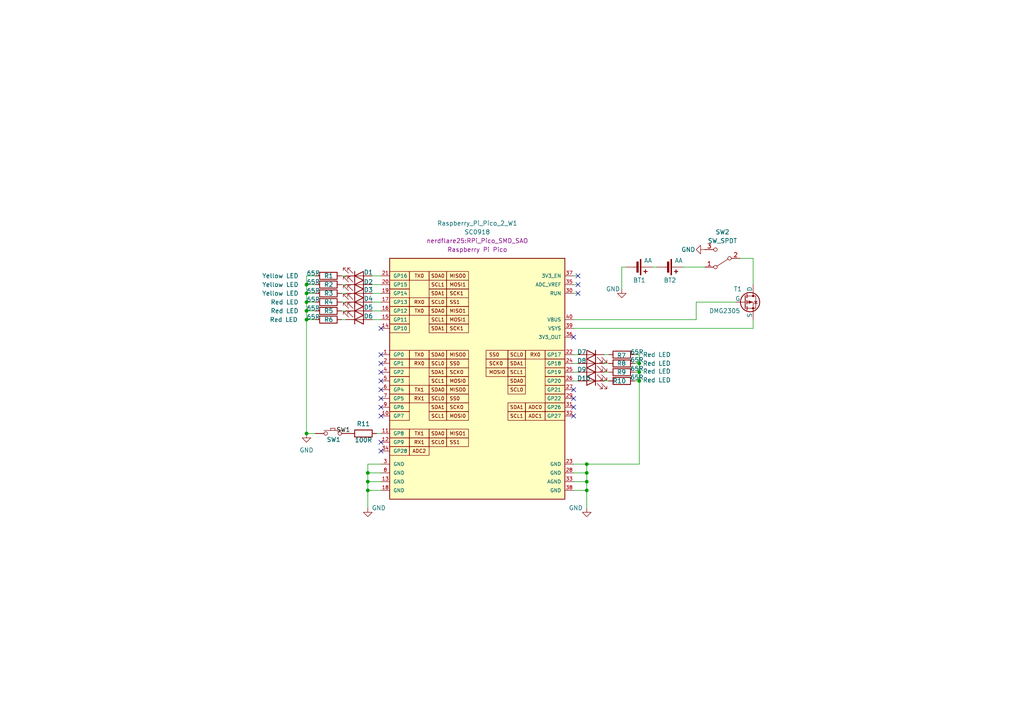
<source format=kicad_sch>
(kicad_sch (version 20231120) (generator "eeschema") (generator_version "8.0")
  (paper "A4")
  (lib_symbols
    (symbol ".badge24:Battery_Cell" (pin_numbers hide) (pin_names (offset 0) hide)
      (property "Reference" "BT" (at 2.54 2.54 0))
      (property "Value" "Battery_Cell" (at 2.54 0 0))
      (symbol "Battery_Cell_0_1"
        (rectangle (start -2.286 1.778) (end 2.286 1.524) (fill (type outline)))
        (rectangle (start -1.524 1.016) (end 1.524 0.508) (fill (type outline)))
        (polyline (pts (xy 0 0.762) (xy 0 0)))
        (polyline (pts (xy 0 1.778) (xy 0 2.54)))
        (polyline (pts (xy 0.762 3.048) (xy 1.778 3.048)) (stroke (width 0.254)))
        (polyline (pts (xy 1.27 3.556) (xy 1.27 2.54)) (stroke (width 0.254)))
      )
      (symbol "Battery_Cell_1_1"
        (pin passive line (at 0 5.08 270) (length 2.54) (name "+") (number "1"))
        (pin passive line (at 0 -2.54 90) (length 2.54) (name "-") (number "2"))
      )
    )
    (symbol ".badge24:DMG2305" (pin_numbers hide) (pin_names (offset 0))
      (property "Reference" "Q" (at 5.08 1.905 0))
      (property "Value" "DMG2305" (at 5.08 0 0))
      (symbol "DMG2305_0_1"
        (polyline (pts (xy 0.254 0) (xy -1.27 0)))
        (polyline (pts (xy 0.254 1.905) (xy 0.254 -1.905)) (stroke (width 0.254)))
        (polyline (pts (xy 0.762 -1.27) (xy 0.762 -2.286)) (stroke (width 0.254)))
        (polyline (pts (xy 0.762 0.508) (xy 0.762 -0.508)) (stroke (width 0.254)))
        (polyline (pts (xy 0.762 2.286) (xy 0.762 1.27)) (stroke (width 0.254)))
        (polyline (pts (xy 2.54 2.54) (xy 2.54 1.778)))
        (polyline (pts (xy 2.54 -2.54) (xy 2.54 0) (xy 0.762 0)))
        (polyline (pts (xy 0.762 1.778) (xy 3.302 1.778) (xy 3.302 -1.778) (xy 0.762 -1.778)))
        (polyline (pts (xy 2.286 0) (xy 1.27 0.381) (xy 1.27 -0.381) (xy 2.286 0)) (fill (type outline)))
        (polyline (pts (xy 2.794 -0.508) (xy 2.921 -0.381) (xy 3.683 -0.381) (xy 3.81 -0.254)))
        (polyline (pts (xy 3.302 -0.381) (xy 2.921 0.254) (xy 3.683 0.254) (xy 3.302 -0.381)))
        (circle (center 1.651 0) (radius 2.794) (stroke (width 0.254)))
        (circle (center 2.54 -1.778) (radius 0.254) (fill (type outline)))
        (circle (center 2.54 1.778) (radius 0.254) (fill (type outline)))
      )
      (symbol "DMG2305_1_1"
        (pin input line (at -2.54 0 0) (length 1.27) (name "G") (number "1"))
        (pin passive line (at 2.54 -5.08 90) (length 2.54) (name "S") (number "2"))
        (pin passive line (at 2.54 5.08 270) (length 2.54) (name "D") (number "3"))
      )
    )
    (symbol ".badge24:GND" (power) (pin_numbers hide) (pin_names (offset 0) hide)
      (property "Value" "GND" (at 0 -3.81 0))
      (symbol "GND_0_1"
        (polyline (pts (xy 0 0) (xy 0 -1.27) (xy 1.27 -1.27) (xy 0 -2.54) (xy -1.27 -1.27) (xy 0 -1.27)))
      )
      (symbol "GND_1_1"
        (pin power_in line (at 0 0 270) (length 0) (name "~") (number "1"))
      )
    )
    (symbol ".badge24:SW_Push" (pin_numbers hide) (pin_names (offset 1.016) hide)
      (property "Reference" "SW" (at 1.27 2.54 0))
      (property "Value" "SW_Push" (at 0 -1.524 0))
      (symbol "SW_Push_0_1"
        (circle (center -2.032 0) (radius 0.508))
        (polyline (pts (xy -0.635 0.889) (xy -0.635 1.524)))
        (polyline (pts (xy -0.635 1.524) (xy 0.635 1.524)))
        (polyline (pts (xy 0.635 0.889) (xy 0.635 1.524)))
        (polyline (pts (xy 2.54 0.889) (xy -2.54 0.889)))
        (circle (center 2.032 0) (radius 0.508))
        (pin passive line (at -5.08 0 0) (length 2.54) (name "1") (number "1"))
        (pin passive line (at 5.08 0 180) (length 2.54) (name "2") (number "2"))
      )
    )
    (symbol "Device:LED" (pin_numbers hide) (pin_names (offset 1.016) hide)
      (property "Reference" "D" (at 0 2.54 0))
      (property "Value" "LED" (at 0 -2.54 0))
      (symbol "LED_0_1"
        (polyline (pts (xy -1.27 -1.27) (xy -1.27 1.27)) (stroke (width 0.254)))
        (polyline (pts (xy -1.27 0) (xy 1.27 0)))
        (polyline (pts (xy 1.27 -1.27) (xy 1.27 1.27) (xy -1.27 0) (xy 1.27 -1.27)) (stroke (width 0.254)))
        (polyline (pts (xy -3.048 -0.762) (xy -4.572 -2.286) (xy -3.81 -2.286) (xy -4.572 -2.286) (xy -4.572 -1.524)))
        (polyline (pts (xy -1.778 -0.762) (xy -3.302 -2.286) (xy -2.54 -2.286) (xy -3.302 -2.286) (xy -3.302 -1.524)))
      )
      (symbol "LED_1_1"
        (pin passive line (at -3.81 0 0) (length 2.54) (name "K") (number "1"))
        (pin passive line (at 3.81 0 180) (length 2.54) (name "A") (number "2"))
      )
    )
    (symbol "Device:R" (pin_numbers hide) (pin_names (offset 0))
      (property "Reference" "R" (at 2.032 0 90))
      (property "Value" "R" (at 0 0 90))
      (symbol "R_0_1"
        (rectangle (start -1.016 -2.54) (end 1.016 2.54) (stroke (width 0.254)))
      )
      (symbol "R_1_1"
        (pin passive line (at 0 3.81 270) (length 1.27) (name "~") (number "1"))
        (pin passive line (at 0 -3.81 90) (length 1.27) (name "~") (number "2"))
      )
    )
    (symbol "NerdFlare25:SC0918" (pin_names (offset 1.016))
      (property "Reference" "A1" (at -24.13 55.88 0))
      (property "Value" "SC0918" (at 20.955 55.88 0))
      (property "Footprint" "Raspberry Pi:MODULE_SC0918" (at -1.27 59.69 0))
      (property "manufacturer" "Raspberry Pi Pico" (at -1.27 57.15 0))
      (symbol "SC0918_0_0"
        (text_box "ADC0" (at 13.97 12.7 0) (size 5.715 -2.54) (effects (font (size 1.016 1.016)) (justify left)))
        (text_box "ADC1" (at 13.97 10.16 0) (size 5.715 -2.54) (effects (font (size 1.016 1.016)) (justify left)))
        (text_box "ADC2" (at -13.97 0 0) (size -5.715 -2.54) (effects (font (size 1.016 1.016)) (justify left)))
        (text_box "MISO0" (at -8.89 17.78 0) (size 6.35 -2.54) (effects (font (size 1.016 1.016)) (justify left)))
        (text_box "MISO0" (at -8.89 27.94 0) (size 6.35 -2.54) (effects (font (size 1.016 1.016)) (justify left)))
        (text_box "MISO0" (at -2.54 50.8 0) (size -6.35 -2.54) (effects (font (size 1.016 1.016)) (justify left)))
        (text_box "MISO1" (at -8.89 5.08 0) (size 6.35 -2.54) (effects (font (size 1.016 1.016)) (justify left)))
        (text_box "MISO1" (at -8.89 38.1 0) (size 6.35 2.54) (effects (font (size 1.016 1.016)) (justify left)))
        (text_box "MOSI0" (at -8.89 10.16 0) (size 6.35 -2.54) (effects (font (size 1.016 1.016)) (justify left)))
        (text_box "MOSI0" (at -8.89 20.32 0) (size 6.35 -2.54) (effects (font (size 1.016 1.016)) (justify left)))
        (text_box "MOSI0" (at 2.54 22.86 0) (size 6.35 -2.54) (effects (font (size 1.016 1.016)) (justify left)))
        (text_box "MOSI1" (at -8.89 35.56 0) (size 6.35 2.54) (effects (font (size 1.016 1.016)) (justify left)))
        (text_box "MOSI1" (at -8.89 45.72 0) (size 6.35 2.54) (effects (font (size 1.016 1.016)) (justify left)))
        (text_box "RX0" (at -19.685 25.4 0) (size 5.715 -2.54) (effects (font (size 1.016 1.016))))
        (text_box "RX0" (at -19.685 40.64 0) (size 5.715 2.54) (effects (font (size 1.016 1.016))))
        (text_box "RX0" (at 13.97 27.94 0) (size 5.715 -2.54) (effects (font (size 1.016 1.016))))
        (text_box "RX1" (at -19.685 2.54 0) (size 5.715 -2.54) (effects (font (size 1.016 1.016))))
        (text_box "RX1" (at -19.685 15.24 0) (size 5.715 -2.54) (effects (font (size 1.016 1.016))))
        (text_box "SCK0" (at -8.89 12.7 0) (size 6.35 -2.54) (effects (font (size 1.016 1.016)) (justify left)))
        (text_box "SCK0" (at -8.89 22.86 0) (size 6.35 -2.54) (effects (font (size 1.016 1.016)) (justify left)))
        (text_box "SCK0" (at 2.54 25.4 0) (size 6.35 -2.54) (effects (font (size 1.016 1.016)) (justify left)))
        (text_box "SCK1" (at -8.89 33.02 0) (size 6.35 2.54) (effects (font (size 1.016 1.016)) (justify left)))
        (text_box "SCK1" (at -8.89 43.18 0) (size 6.35 2.54) (effects (font (size 1.016 1.016)) (justify left)))
        (text_box "SCL0" (at -13.97 2.54 0) (size 5.08 -2.54) (effects (font (size 1.016 1.016))))
        (text_box "SCL0" (at -13.97 15.24 0) (size 5.08 -2.54) (effects (font (size 1.016 1.016))))
        (text_box "SCL0" (at -13.97 25.4 0) (size 5.08 -2.54) (effects (font (size 1.016 1.016))))
        (text_box "SCL0" (at -13.97 40.64 0) (size 5.08 2.54) (effects (font (size 1.016 1.016))))
        (text_box "SCL0" (at 8.89 17.78 0) (size 5.08 -2.54) (effects (font (size 1.016 1.016))))
        (text_box "SCL0" (at 8.89 27.94 0) (size 5.08 -2.54) (effects (font (size 1.016 1.016))))
        (text_box "SCL1" (at -13.97 10.16 0) (size 5.08 -2.54) (effects (font (size 1.016 1.016))))
        (text_box "SCL1" (at -13.97 20.32 0) (size 5.08 -2.54) (effects (font (size 1.016 1.016))))
        (text_box "SCL1" (at -13.97 35.56 0) (size 5.08 2.54) (effects (font (size 1.016 1.016))))
        (text_box "SCL1" (at -13.97 45.72 0) (size 5.08 2.54) (effects (font (size 1.016 1.016))))
        (text_box "SCL1" (at 8.89 10.16 0) (size 5.08 -2.54) (effects (font (size 1.016 1.016))))
        (text_box "SCL1" (at 8.89 22.86 0) (size 5.08 -2.54) (effects (font (size 1.016 1.016))))
        (text_box "SDA0" (at -13.97 5.08 0) (size 5.08 -2.54) (effects (font (size 1.016 1.016))))
        (text_box "SDA0" (at -13.97 17.78 0) (size 5.08 -2.54) (effects (font (size 1.016 1.016))))
        (text_box "SDA0" (at -13.97 27.94 0) (size 5.08 -2.54) (effects (font (size 1.016 1.016))))
        (text_box "SDA0" (at -13.97 38.1 0) (size 5.08 2.54) (effects (font (size 1.016 1.016))))
        (text_box "SDA0" (at -8.89 50.8 0) (size -5.08 -2.54) (effects (font (size 1.016 1.016))))
        (text_box "SDA0" (at 8.89 20.32 0) (size 5.08 -2.54) (effects (font (size 1.016 1.016))))
        (text_box "SDA1" (at -13.97 12.7 0) (size 5.08 -2.54) (effects (font (size 1.016 1.016))))
        (text_box "SDA1" (at -13.97 22.86 0) (size 5.08 -2.54) (effects (font (size 1.016 1.016))))
        (text_box "SDA1" (at -13.97 33.02 0) (size 5.08 2.54) (effects (font (size 1.016 1.016))))
        (text_box "SDA1" (at -13.97 43.18 0) (size 5.08 2.54) (effects (font (size 1.016 1.016))))
        (text_box "SDA1" (at 8.89 12.7 0) (size 5.08 -2.54) (effects (font (size 1.016 1.016))))
        (text_box "SDA1" (at 8.89 25.4 0) (size 5.08 -2.54) (effects (font (size 1.016 1.016))))
        (text_box "SS0" (at -8.89 15.24 0) (size 6.35 -2.54) (effects (font (size 1.016 1.016)) (justify left)))
        (text_box "SS0" (at -8.89 25.4 0) (size 6.35 -2.54) (effects (font (size 1.016 1.016)) (justify left)))
        (text_box "SS0" (at 2.54 27.94 0) (size 6.35 -2.54) (effects (font (size 1.016 1.016)) (justify left)))
        (text_box "SS1" (at -8.89 2.54 0) (size 6.35 -2.54) (effects (font (size 1.016 1.016)) (justify left)))
        (text_box "SS1" (at -8.89 40.64 0) (size 6.35 2.54) (effects (font (size 1.016 1.016)) (justify left)))
        (text_box "TX0" (at -19.685 27.94 0) (size 5.715 -2.54) (effects (font (size 1.016 1.016))))
        (text_box "TX0" (at -19.685 38.1 0) (size 5.715 2.54) (effects (font (size 1.016 1.016))))
        (text_box "TX0" (at -13.97 50.8 0) (size -5.715 -2.54) (effects (font (size 1.016 1.016))))
        (text_box "TX1" (at -19.685 5.08 0) (size 5.715 -2.54) (effects (font (size 1.016 1.016))))
        (text_box "TX1" (at -19.685 17.78 0) (size 5.715 -2.54) (effects (font (size 1.016 1.016))))
        (pin bidirectional line (at -27.94 26.67 0) (length 2.54) (name "GP0") (number "1"))
        (pin bidirectional line (at -27.94 8.89 0) (length 2.54) (name "GP7") (number "10"))
        (pin bidirectional line (at -27.94 3.81 0) (length 2.54) (name "GP8") (number "11"))
        (pin bidirectional line (at -27.94 1.27 0) (length 2.54) (name "GP9") (number "12"))
        (pin power_in line (at -27.94 -10.16 0) (length 2.54) (name "GND") (number "13"))
        (pin bidirectional line (at -27.94 34.29 0) (length 2.54) (name "GP10") (number "14"))
        (pin bidirectional line (at -27.94 36.83 0) (length 2.54) (name "GP11") (number "15"))
        (pin bidirectional line (at -27.94 39.37 0) (length 2.54) (name "GP12") (number "16"))
        (pin bidirectional line (at -27.94 41.91 0) (length 2.54) (name "GP13") (number "17"))
        (pin power_in line (at -27.94 -12.7 0) (length 2.54) (name "GND") (number "18"))
        (pin bidirectional line (at -27.94 44.45 0) (length 2.54) (name "GP14") (number "19"))
        (pin bidirectional line (at -27.94 24.13 0) (length 2.54) (name "GP1") (number "2"))
        (pin bidirectional line (at -27.94 46.99 0) (length 2.54) (name "GP15") (number "20"))
        (pin bidirectional line (at -27.94 49.53 0) (length 2.54) (name "GP16") (number "21"))
        (pin bidirectional line (at 27.94 26.67 180) (length 2.54) (name "GP17") (number "22"))
        (pin power_in line (at 27.94 -5.08 180) (length 2.54) (name "GND") (number "23"))
        (pin bidirectional line (at 27.94 24.13 180) (length 2.54) (name "GP18") (number "24"))
        (pin bidirectional line (at 27.94 21.59 180) (length 2.54) (name "GP19") (number "25"))
        (pin bidirectional line (at 27.94 19.05 180) (length 2.54) (name "GP20") (number "26"))
        (pin bidirectional line (at 27.94 16.51 180) (length 2.54) (name "GP21") (number "27"))
        (pin power_in line (at 27.94 -7.62 180) (length 2.54) (name "GND") (number "28"))
        (pin bidirectional line (at 27.94 13.97 180) (length 2.54) (name "GP22") (number "29"))
        (pin power_in line (at -27.94 -5.08 0) (length 2.54) (name "GND") (number "3"))
        (pin input line (at 27.94 44.45 180) (length 2.54) (name "RUN") (number "30"))
        (pin bidirectional line (at 27.94 11.43 180) (length 2.54) (name "GP26") (number "31"))
        (pin bidirectional line (at 27.94 8.89 180) (length 2.54) (name "GP27") (number "32"))
        (pin power_in line (at 27.94 -10.16 180) (length 2.54) (name "AGND") (number "33"))
        (pin bidirectional line (at -27.94 -1.27 0) (length 2.54) (name "GP28") (number "34"))
        (pin power_in line (at 27.94 46.99 180) (length 2.54) (name "ADC_VREF") (number "35"))
        (pin power_in line (at 27.94 31.75 180) (length 2.54) (name "3V3_OUT") (number "36"))
        (pin input line (at 27.94 49.53 180) (length 2.54) (name "3V3_EN") (number "37"))
        (pin power_in line (at 27.94 -12.7 180) (length 2.54) (name "GND") (number "38"))
        (pin free line (at 27.94 34.29 180) (length 2.54) (name "VSYS") (number "39"))
        (pin bidirectional line (at -27.94 21.59 0) (length 2.54) (name "GP2") (number "4"))
        (pin free line (at 27.94 36.83 180) (length 2.54) (name "VBUS") (number "40"))
        (pin bidirectional line (at -27.94 19.05 0) (length 2.54) (name "GP3") (number "5"))
        (pin bidirectional line (at -27.94 16.51 0) (length 2.54) (name "GP4") (number "6"))
        (pin bidirectional line (at -27.94 13.97 0) (length 2.54) (name "GP5") (number "7"))
        (pin power_in line (at -27.94 -7.62 0) (length 2.54) (name "GND") (number "8"))
        (pin bidirectional line (at -27.94 11.43 0) (length 2.54) (name "GP6") (number "9"))
      )
      (symbol "SC0918_0_1"
        (rectangle (start -25.4 2.54) (end -19.685 0))
        (rectangle (start -25.4 5.08) (end -19.685 2.54))
        (rectangle (start -25.4 10.16) (end -19.685 7.62))
        (rectangle (start -25.4 12.7) (end -19.685 10.16))
        (rectangle (start -25.4 15.24) (end -19.685 12.7))
        (rectangle (start -25.4 17.78) (end -19.685 15.24))
        (rectangle (start -25.4 20.32) (end -19.685 17.78))
        (rectangle (start -25.4 22.86) (end -19.685 20.32))
        (rectangle (start -25.4 25.4) (end -19.685 22.86))
        (rectangle (start -25.4 27.94) (end -19.685 25.4))
        (rectangle (start -25.4 33.02) (end -19.685 35.56))
        (rectangle (start -25.4 35.56) (end -19.685 38.1))
        (rectangle (start -25.4 38.1) (end -19.685 40.64))
        (rectangle (start -25.4 40.64) (end -19.685 43.18))
        (rectangle (start -25.4 43.18) (end -19.685 45.72))
        (rectangle (start -25.4 45.72) (end -19.685 48.26))
        (rectangle (start -19.685 0) (end -25.4 -2.54))
        (rectangle (start -19.685 50.8) (end -25.4 48.26))
        (rectangle (start 19.685 10.16) (end 25.4 7.62))
        (rectangle (start 19.685 12.7) (end 25.4 10.16))
        (rectangle (start 19.685 15.24) (end 25.4 12.7))
        (rectangle (start 19.685 17.78) (end 25.4 15.24))
        (rectangle (start 19.685 20.32) (end 25.4 17.78))
        (rectangle (start 19.685 22.86) (end 25.4 20.32))
        (rectangle (start 19.685 25.4) (end 25.4 22.86))
        (rectangle (start 19.685 27.94) (end 25.4 25.4))
      )
      (symbol "SC0918_1_0"
        (rectangle (start -25.4 54.61) (end 25.4 -15.24) (stroke (width 0.254)) (fill (type background)))
      )
    )
    (symbol "Switch:SW_SPDT" (pin_names (offset 0) hide)
      (property "Reference" "SW" (at 0 4.318 0))
      (property "Value" "SW_SPDT" (at 0 -5.08 0))
      (symbol "SW_SPDT_0_0"
        (circle (center -2.032 0) (radius 0.508))
        (circle (center 2.032 -2.54) (radius 0.508))
      )
      (symbol "SW_SPDT_0_1"
        (polyline (pts (xy -1.524 0.254) (xy 1.651 2.286)))
        (circle (center 2.032 2.54) (radius 0.508))
      )
      (symbol "SW_SPDT_1_1"
        (pin passive line (at 5.08 2.54 180) (length 2.54) (name "A") (number "1"))
        (pin passive line (at -5.08 0 0) (length 2.54) (name "B") (number "2"))
        (pin passive line (at 5.08 -2.54 180) (length 2.54) (name "C") (number "3"))
      )
    )
  )
  (junction (at 88.9 82.55))
  (junction (at 170.18 139.7))
  (junction (at 88.9 85.09))
  (junction (at 106.68 139.7))
  (junction (at 88.9 90.17))
  (junction (at 185.42 110.49))
  (junction (at 170.18 134.62))
  (junction (at 170.18 137.16))
  (junction (at 106.68 142.24))
  (junction (at 88.9 87.63))
  (junction (at 185.42 105.41))
  (junction (at 185.42 107.95))
  (junction (at 170.18 142.24))
  (junction (at 106.68 137.16))
  (junction (at 88.9 92.71))
  (junction (at 88.9 125.73))
  (no_connect (at 167.64 82.55))
  (no_connect (at 166.37 97.79))
  (no_connect (at 110.49 95.25))
  (no_connect (at 110.49 128.27))
  (no_connect (at 166.37 120.65))
  (no_connect (at 110.49 115.57))
  (no_connect (at 166.37 113.03))
  (no_connect (at 110.49 120.65))
  (no_connect (at 110.49 118.11))
  (no_connect (at 110.49 130.81))
  (no_connect (at 167.64 80.01))
  (no_connect (at 110.49 107.95))
  (no_connect (at 110.49 105.41))
  (no_connect (at 167.64 85.09))
  (no_connect (at 166.37 118.11))
  (no_connect (at 110.49 110.49))
  (no_connect (at 110.49 102.87))
  (no_connect (at 166.37 115.57))
  (no_connect (at 110.49 113.03))
  (wire (pts (xy 88.9 92.71) (xy 88.9 125.73)))
  (wire (pts (xy 166.37 102.87) (xy 167.64 102.87)))
  (wire (pts (xy 180.34 77.47) (xy 180.34 83.82)))
  (wire (pts (xy 166.37 139.7) (xy 170.18 139.7)))
  (wire (pts (xy 181.61 77.47) (xy 180.34 77.47)))
  (wire (pts (xy 106.68 134.62) (xy 106.68 137.16)))
  (wire (pts (xy 175.26 110.49) (xy 176.53 110.49)))
  (wire (pts (xy 100.33 87.63) (xy 99.06 87.63)))
  (wire (pts (xy 88.9 85.09) (xy 88.9 87.63)))
  (wire (pts (xy 184.15 102.87) (xy 185.42 102.87)))
  (wire (pts (xy 166.37 107.95) (xy 167.64 107.95)))
  (wire (pts (xy 166.37 85.09) (xy 167.64 85.09)))
  (wire (pts (xy 185.42 107.95) (xy 185.42 110.49)))
  (wire (pts (xy 166.37 105.41) (xy 167.64 105.41)))
  (wire (pts (xy 88.9 85.09) (xy 91.44 85.09)))
  (wire (pts (xy 106.68 137.16) (xy 110.49 137.16)))
  (wire (pts (xy 184.15 105.41) (xy 185.42 105.41)))
  (wire (pts (xy 88.9 80.01) (xy 88.9 82.55)))
  (wire (pts (xy 106.68 142.24) (xy 106.68 147.32)))
  (wire (pts (xy 185.42 105.41) (xy 185.42 107.95)))
  (wire (pts (xy 166.37 137.16) (xy 170.18 137.16)))
  (wire (pts (xy 88.9 82.55) (xy 91.44 82.55)))
  (wire (pts (xy 170.18 142.24) (xy 170.18 147.32)))
  (wire (pts (xy 218.44 92.71) (xy 218.44 95.25)))
  (wire (pts (xy 175.26 102.87) (xy 176.53 102.87)))
  (wire (pts (xy 88.9 87.63) (xy 88.9 90.17)))
  (wire (pts (xy 99.06 80.01) (xy 100.33 80.01)))
  (wire (pts (xy 106.68 142.24) (xy 110.49 142.24)))
  (wire (pts (xy 110.49 82.55) (xy 107.95 82.55)))
  (wire (pts (xy 107.95 92.71) (xy 110.49 92.71)))
  (wire (pts (xy 100.33 85.09) (xy 99.06 85.09)))
  (wire (pts (xy 88.9 90.17) (xy 88.9 92.71)))
  (wire (pts (xy 170.18 134.62) (xy 170.18 137.16)))
  (wire (pts (xy 190.5 77.47) (xy 189.23 77.47)))
  (wire (pts (xy 88.9 80.01) (xy 91.44 80.01)))
  (wire (pts (xy 106.68 134.62) (xy 110.49 134.62)))
  (wire (pts (xy 201.93 87.63) (xy 201.93 92.71)))
  (wire (pts (xy 106.68 139.7) (xy 110.49 139.7)))
  (wire (pts (xy 175.26 105.41) (xy 176.53 105.41)))
  (wire (pts (xy 185.42 102.87) (xy 185.42 105.41)))
  (wire (pts (xy 107.95 87.63) (xy 110.49 87.63)))
  (wire (pts (xy 170.18 137.16) (xy 170.18 139.7)))
  (wire (pts (xy 100.33 82.55) (xy 99.06 82.55)))
  (wire (pts (xy 107.95 90.17) (xy 110.49 90.17)))
  (wire (pts (xy 213.36 87.63) (xy 201.93 87.63)))
  (wire (pts (xy 175.26 107.95) (xy 176.53 107.95)))
  (wire (pts (xy 166.37 92.71) (xy 201.93 92.71)))
  (wire (pts (xy 170.18 139.7) (xy 170.18 142.24)))
  (wire (pts (xy 107.95 85.09) (xy 110.49 85.09)))
  (wire (pts (xy 166.37 95.25) (xy 218.44 95.25)))
  (wire (pts (xy 91.44 90.17) (xy 88.9 90.17)))
  (wire (pts (xy 214.63 74.93) (xy 218.44 74.93)))
  (wire (pts (xy 166.37 134.62) (xy 170.18 134.62)))
  (wire (pts (xy 107.95 80.01) (xy 110.49 80.01)))
  (wire (pts (xy 185.42 110.49) (xy 185.42 134.62)))
  (wire (pts (xy 184.15 110.49) (xy 185.42 110.49)))
  (wire (pts (xy 100.33 92.71) (xy 99.06 92.71)))
  (wire (pts (xy 106.68 139.7) (xy 106.68 142.24)))
  (wire (pts (xy 91.44 92.71) (xy 88.9 92.71)))
  (wire (pts (xy 166.37 110.49) (xy 167.64 110.49)))
  (wire (pts (xy 88.9 82.55) (xy 88.9 85.09)))
  (wire (pts (xy 218.44 74.93) (xy 218.44 82.55)))
  (wire (pts (xy 106.68 137.16) (xy 106.68 139.7)))
  (wire (pts (xy 88.9 125.73) (xy 91.44 125.73)))
  (wire (pts (xy 109.22 125.73) (xy 110.49 125.73)))
  (wire (pts (xy 167.64 82.55) (xy 166.37 82.55)))
  (wire (pts (xy 166.37 142.24) (xy 170.18 142.24)))
  (wire (pts (xy 184.15 107.95) (xy 185.42 107.95)))
  (wire (pts (xy 185.42 134.62) (xy 170.18 134.62)))
  (wire (pts (xy 100.33 90.17) (xy 99.06 90.17)))
  (wire (pts (xy 198.12 77.47) (xy 204.47 77.47)))
  (wire (pts (xy 167.64 80.01) (xy 166.37 80.01)))
  (wire (pts (xy 91.44 87.63) (xy 88.9 87.63)))
  (label "SW1" (at 101.6 125.73 180))
  (symbol (lib_id "Device:R") (at 180.34 102.87 90) (mirror x) (unit 1)
    (property "Reference" "R7" (at 181.61 103.124 90) (effects (justify left)))
    (property "Value" "65R" (at 186.69 102.108 90) (effects (justify left)))
    (property "Footprint" "Resistor_SMD:R_1206_3216Metric_Pad1.30x1.75mm_HandSolder" (effects (hide yes)))
    (property "Description" "Resistor" (effects (hide yes)))
  )
  (symbol (lib_id "Device:R") (at 180.34 110.49 90) (mirror x) (unit 1)
    (property "Reference" "R10" (at 181.61 110.49 90) (effects (justify left)))
    (property "Value" "65R" (at 186.69 109.474 90) (effects (justify left)))
    (property "Footprint" "Resistor_SMD:R_1206_3216Metric_Pad1.30x1.75mm_HandSolder" (effects (hide yes)))
    (property "Description" "Resistor" (effects (hide yes)))
  )
  (symbol (lib_id ".badge24:Battery_Cell") (at 193.04 77.47 270) (unit 1)
    (property "Reference" "BT2" (at 194.31 81.28 90) (effects (font (thickness 0.1588))))
    (property "Value" "AA" (at 196.85 75.565 90))
    (property "Footprint" "nerdflare25:BatteryHolder_Keystone_2460_1xAA_SAO" (effects (hide yes)))
    (property "Datasheet" "https://www.keyelco.com/userAssets/file/M65p28.pdf" (effects (hide yes)))
    (property "Description" "Single-cell battery" (effects (hide yes)))
  )
  (symbol (lib_id "Device:LED") (at 171.45 102.87 0) (mirror y) (unit 1)
    (property "Reference" "D7" (at 167.386 102.108 0) (effects (justify right)))
    (property "Value" "Red LED" (at 186.436 102.87 0) (effects (justify right)))
    (property "Footprint" "nerdflare25:Wurth WL-SMSW Series SMT Mono-color Side view LED" (effects (hide yes)))
    (property "Datasheet" "https://www.we-online.com/components/products/datasheet/155124BS73200.pdf" (effects (hide yes)))
    (property "Description" "Light emitting diode" (effects (hide yes)))
  )
  (symbol (lib_id "Device:LED") (at 104.14 92.71 0) (mirror x) (unit 1)
    (property "Reference" "D6" (at 108.204 91.694 0) (effects (justify right)))
    (property "Value" "Red LED" (at 86.36 92.71 0) (effects (justify right)))
    (property "Footprint" "nerdflare25:Wurth WL-SMSW Series SMT Mono-color Side view LED" (effects (hide yes)))
    (property "Datasheet" "https://www.we-online.com/components/products/datasheet/155124BS73200.pdf" (effects (hide yes)))
    (property "Description" "Light emitting diode" (effects (hide yes)))
  )
  (symbol (lib_id "Device:R") (at 180.34 105.41 90) (mirror x) (unit 1)
    (property "Reference" "R8" (at 181.61 105.41 90) (effects (justify left)))
    (property "Value" "65R" (at 186.69 104.394 90) (effects (justify left)))
    (property "Footprint" "Resistor_SMD:R_1206_3216Metric_Pad1.30x1.75mm_HandSolder" (effects (hide yes)))
    (property "Description" "Resistor" (effects (hide yes)))
  )
  (symbol (lib_id "Device:LED") (at 171.45 105.41 0) (mirror y) (unit 1)
    (property "Reference" "D8" (at 167.386 104.648 0) (effects (justify right)))
    (property "Value" "Red LED" (at 186.436 105.41 0) (effects (justify right)))
    (property "Footprint" "nerdflare25:Wurth WL-SMSW Series SMT Mono-color Side view LED" (effects (hide yes)))
    (property "Datasheet" "https://www.we-online.com/components/products/datasheet/155124BS73200.pdf" (effects (hide yes)))
    (property "Description" "Light emitting diode" (effects (hide yes)))
  )
  (symbol (lib_id "Device:R") (at 95.25 80.01 270) (mirror x) (unit 1)
    (property "Reference" "R1" (at 93.98 80.01 90) (effects (justify left)))
    (property "Value" "65R" (at 88.9 79.248 90) (effects (justify left)))
    (property "Footprint" "Resistor_SMD:R_1206_3216Metric_Pad1.30x1.75mm_HandSolder" (effects (hide yes)))
    (property "Description" "Resistor" (effects (hide yes)))
  )
  (symbol (lib_id "Device:R") (at 95.25 82.55 270) (mirror x) (unit 1)
    (property "Reference" "R2" (at 93.98 82.55 90) (effects (justify left)))
    (property "Value" "65R" (at 88.9 81.788 90) (effects (justify left)))
    (property "Footprint" "Resistor_SMD:R_1206_3216Metric_Pad1.30x1.75mm_HandSolder" (effects (hide yes)))
    (property "Description" "Resistor" (effects (hide yes)))
  )
  (symbol (lib_id "Device:LED") (at 104.14 82.55 0) (mirror x) (unit 1)
    (property "Reference" "D2" (at 108.204 81.788 0) (effects (justify right)))
    (property "Value" "Yellow LED" (at 86.614 82.55 0) (effects (justify right)))
    (property "Footprint" "nerdflare25:Wurth WL-SMSW Series SMT Mono-color Side view LED" (effects (hide yes)))
    (property "Datasheet" "https://www.we-online.com/components/products/datasheet/155124BS73200.pdf" (effects (hide yes)))
    (property "Description" "Light emitting diode" (effects (hide yes)))
  )
  (symbol (lib_id "Device:R") (at 95.25 87.63 270) (mirror x) (unit 1)
    (property "Reference" "R4" (at 93.98 87.63 90) (effects (justify left)))
    (property "Value" "65R" (at 88.9 86.868 90) (effects (justify left)))
    (property "Footprint" "Resistor_SMD:R_1206_3216Metric_Pad1.30x1.75mm_HandSolder" (effects (hide yes)))
    (property "Description" "Resistor" (effects (hide yes)))
  )
  (symbol (lib_id "Device:LED") (at 104.14 90.17 0) (mirror x) (unit 1)
    (property "Reference" "D5" (at 108.204 89.154 0) (effects (justify right)))
    (property "Value" "Red LED" (at 86.614 90.17 0) (effects (justify right)))
    (property "Footprint" "nerdflare25:Wurth WL-SMSW Series SMT Mono-color Side view LED" (effects (hide yes)))
    (property "Datasheet" "https://www.we-online.com/components/products/datasheet/155124BS73200.pdf" (effects (hide yes)))
    (property "Description" "Light emitting diode" (effects (hide yes)))
  )
  (symbol (lib_id "Device:LED") (at 104.14 87.63 0) (mirror x) (unit 1)
    (property "Reference" "D4" (at 108.204 86.614 0) (effects (justify right)))
    (property "Value" "Red LED" (at 86.614 87.63 0) (effects (justify right)))
    (property "Footprint" "nerdflare25:Wurth WL-SMSW Series SMT Mono-color Side view LED" (effects (hide yes)))
    (property "Datasheet" "https://www.we-online.com/components/products/datasheet/155124BS73200.pdf" (effects (hide yes)))
    (property "Description" "Light emitting diode" (effects (hide yes)))
  )
  (symbol (lib_id "Switch:SW_SPDT") (at 209.55 74.93 180) (unit 1)
    (property "Reference" "SW2" (at 209.55 67.31 0))
    (property "Value" "SW_SPDT" (at 209.55 69.85 0))
    (property "Footprint" "Button_Switch_SMD:SW_SPDT_PCM12" (effects (hide yes)))
    (property "Datasheet" "https://www.ckswitches.com/media/1424/pcm.pdf" (effects (hide yes)))
  )
  (symbol (lib_id "Device:LED") (at 171.45 107.95 0) (mirror y) (unit 1)
    (property "Reference" "D9" (at 167.386 107.188 0) (effects (justify right)))
    (property "Value" "Red LED" (at 186.436 107.696 0) (effects (justify right)))
    (property "Footprint" "nerdflare25:Wurth WL-SMSW Series SMT Mono-color Side view LED" (effects (hide yes)))
    (property "Datasheet" "https://www.we-online.com/components/products/datasheet/155124BS73200.pdf" (effects (hide yes)))
    (property "Description" "Light emitting diode" (effects (hide yes)))
  )
  (symbol (lib_id "Device:LED") (at 104.14 85.09 0) (mirror x) (unit 1)
    (property "Reference" "D3" (at 108.204 84.074 0) (effects (justify right)))
    (property "Value" "Yellow LED" (at 86.614 85.09 0) (effects (justify right)))
    (property "Footprint" "nerdflare25:Wurth WL-SMSW Series SMT Mono-color Side view LED" (effects (hide yes)))
    (property "Datasheet" "https://www.we-online.com/components/products/datasheet/155124BS73200.pdf" (effects (hide yes)))
    (property "Description" "Light emitting diode" (effects (hide yes)))
  )
  (symbol (lib_id ".badge24:GND") (at 204.47 72.39 270) (mirror x) (unit 1)
    (property "Reference" "#PWR5" (effects (hide yes)))
    (property "Value" "GND" (at 199.644 72.39 90))
    (property "Description" "Power symbol creates a global label with name \"GND\" , ground" (effects (hide yes)))
  )
  (symbol (lib_id ".badge24:Battery_Cell") (at 184.15 77.47 270) (unit 1)
    (property "Reference" "BT1" (at 185.42 81.28 90) (effects (font (thickness 0.1588))))
    (property "Value" "AA" (at 187.96 75.565 90))
    (property "Footprint" "nerdflare25:BatteryHolder_Keystone_2460_1xAA_SAO" (effects (hide yes)))
    (property "Datasheet" "https://www.keyelco.com/userAssets/file/M65p28.pdf" (effects (hide yes)))
    (property "Description" "Single-cell battery" (effects (hide yes)))
  )
  (symbol (lib_id "NerdFlare25:SC0918") (at 138.43 129.54 0) (unit 1)
    (property "Reference" "Raspberry_Pi_Pico_2_W1" (at 138.43 64.77 0))
    (property "Value" "SC0918" (at 138.43 67.31 0))
    (property "Footprint" "nerdflare25:RPi_Pico_SMD_SAO" (at 138.43 69.85 0))
    (property "Datasheet" "https://datasheets.raspberrypi.com/picow/pico-2-w-datasheet.pdf" (effects (hide yes)))
    (property "manufacturer" "Raspberry Pi Pico" (at 138.43 72.39 0))
    (property "P/N" "SC0918" (effects (hide yes)))
    (property "PARTREV" "1.6" (effects (hide yes)))
    (property "MAXIMUM_PACKAGE_HEIGHT" "3.73mm" (effects (hide yes)))
  )
  (symbol (lib_id ".badge24:GND") (at 88.9 125.73 0) (unit 1)
    (property "Reference" "#PWR1" (effects (hide yes)))
    (property "Value" "GND" (at 88.9 130.556 0))
    (property "Description" "Power symbol creates a global label with name \"GND\" , ground" (effects (hide yes)))
  )
  (symbol (lib_id "Device:LED") (at 104.14 80.01 0) (mirror x) (unit 1)
    (property "Reference" "D1" (at 108.204 78.994 0) (effects (justify right)))
    (property "Value" "Yellow LED" (at 86.614 80.01 0) (effects (justify right)))
    (property "Footprint" "nerdflare25:Wurth WL-SMSW Series SMT Mono-color Side view LED" (effects (hide yes)))
    (property "Datasheet" "https://www.we-online.com/components/products/datasheet/155124BS73200.pdf" (effects (hide yes)))
    (property "Description" "Light emitting diode" (effects (hide yes)))
  )
  (symbol (lib_id "Device:R") (at 95.25 92.71 270) (mirror x) (unit 1)
    (property "Reference" "R6" (at 93.98 92.71 90) (effects (justify left)))
    (property "Value" "65R" (at 88.9 91.948 90) (effects (justify left)))
    (property "Footprint" "Resistor_SMD:R_1206_3216Metric_Pad1.30x1.75mm_HandSolder" (effects (hide yes)))
    (property "Description" "Resistor" (effects (hide yes)))
  )
  (symbol (lib_id ".badge24:DMG2305") (at 215.9 87.63 0) (unit 1)
    (property "Reference" "T1" (at 213.995 83.82 0) (effects (font (thickness 0.1588))))
    (property "Value" "DMG2305" (at 210.185 90.17 0))
    (property "Footprint" "nerdflare25:SOT-23_SAO" (effects (hide yes)))
    (property "Datasheet" "https://www.diodes.com/assets/Datasheets/DMG2305UX.pdf" (effects (hide yes)))
    (property "Description" "-5A Id, -20V Vds, P-Channel MOSFET, SOT-23" (effects (hide yes)))
  )
  (symbol (lib_id ".badge24:GND") (at 106.68 147.32 0) (unit 1)
    (property "Reference" "#PWR2" (effects (hide yes)))
    (property "Value" "GND" (at 109.855 147.32 0))
    (property "Description" "Power symbol creates a global label with name \"GND\" , ground" (effects (hide yes)))
  )
  (symbol (lib_id ".badge24:GND") (at 170.18 147.32 0) (mirror y) (unit 1)
    (property "Reference" "#PWR3" (effects (hide yes)))
    (property "Value" "GND" (at 167.005 147.32 0))
    (property "Description" "Power symbol creates a global label with name \"GND\" , ground" (effects (hide yes)))
  )
  (symbol (lib_id "Device:LED") (at 171.45 110.49 0) (mirror y) (unit 1)
    (property "Reference" "D10" (at 167.386 109.728 0) (effects (justify right)))
    (property "Value" "Red LED" (at 186.436 110.236 0) (effects (justify right)))
    (property "Footprint" "nerdflare25:Wurth WL-SMSW Series SMT Mono-color Side view LED" (effects (hide yes)))
    (property "Datasheet" "https://www.we-online.com/components/products/datasheet/155124BS73200.pdf" (effects (hide yes)))
    (property "Description" "Light emitting diode" (effects (hide yes)))
  )
  (symbol (lib_id ".badge24:GND") (at 180.34 83.82 0) (mirror y) (unit 1)
    (property "Reference" "#PWR4" (effects (hide yes)))
    (property "Value" "GND" (at 177.8 83.82 0))
    (property "Description" "Power symbol creates a global label with name \"GND\" , ground" (effects (hide yes)))
  )
  (symbol (lib_id ".badge24:SW_Push") (at 96.52 125.73 0) (unit 1)
    (property "Reference" "SW1" (at 96.774 127.508 0) (effects (font (thickness 0.1588))))
    (property "Value" "SW_Push" (effects (hide yes)))
    (property "Footprint" "nerdflare25:SW_SPST_PTS645_SAO" (effects (hide yes)))
    (property "Datasheet" "https://www.ckswitches.com/media/1471/pts645.pdf" (effects (hide yes)))
    (property "Description" "Push button switch, generic, two pins" (effects (hide yes)))
  )
  (symbol (lib_id "Device:R") (at 105.41 125.73 90) (unit 1)
    (property "Reference" "R11" (at 105.41 122.936 90) (effects (font (thickness 0.1588))))
    (property "Value" "100R" (at 105.41 127.635 90))
    (property "Footprint" "Resistor_SMD:R_1206_3216Metric_Pad1.30x1.75mm_HandSolder" (effects (hide yes)))
    (property "Description" "Resistor" (effects (hide yes)))
  )
  (symbol (lib_id "Device:R") (at 95.25 85.09 270) (mirror x) (unit 1)
    (property "Reference" "R3" (at 93.98 85.09 90) (effects (justify left)))
    (property "Value" "65R" (at 88.9 84.328 90) (effects (justify left)))
    (property "Footprint" "Resistor_SMD:R_1206_3216Metric_Pad1.30x1.75mm_HandSolder" (effects (hide yes)))
    (property "Description" "Resistor" (effects (hide yes)))
  )
  (symbol (lib_id "Device:R") (at 180.34 107.95 90) (mirror x) (unit 1)
    (property "Reference" "R9" (at 181.61 107.95 90) (effects (justify left)))
    (property "Value" "65R" (at 186.69 106.934 90) (effects (justify left)))
    (property "Footprint" "Resistor_SMD:R_1206_3216Metric_Pad1.30x1.75mm_HandSolder" (effects (hide yes)))
    (property "Description" "Resistor" (effects (hide yes)))
  )
  (symbol (lib_id "Device:R") (at 95.25 90.17 270) (mirror x) (unit 1)
    (property "Reference" "R5" (at 93.98 90.17 90) (effects (justify left)))
    (property "Value" "65R" (at 88.9 89.408 90) (effects (justify left)))
    (property "Footprint" "Resistor_SMD:R_1206_3216Metric_Pad1.30x1.75mm_HandSolder" (effects (hide yes)))
    (property "Description" "Resistor" (effects (hide yes)))
  )
)
</source>
